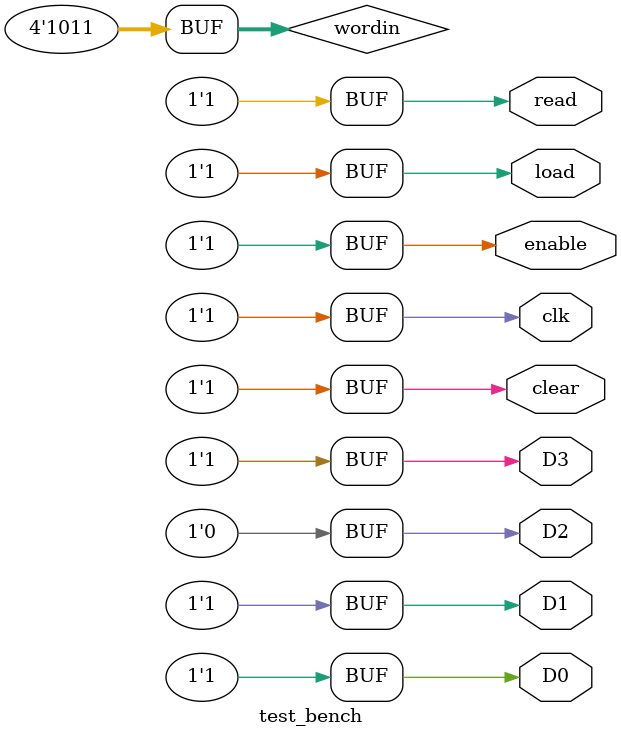
<source format=v>
module test_bench(enable,clear,clk,load,read,D3,D2,D1,D0);
output enable, clear,clk,load,read,D3,D2,D1,D0;
reg enable,clear,clk,load,read;
reg [3:0] wordin;

initial 
begin
	wordin<=4'b1011;
	clk = 1'b0;
	clear=1;
	clear<=#1 0;
	clear<=#2 1;
	clear<=#18 0;
	clear<=#19 1;
	load=0;
	read=0;
	enable<=#8 1;
	load<=#9 1;
	read<=#13 1;

repeat(4)
	begin
	#5 clk<=~clk;
	end
end
assign D3=wordin[3];
assign D2=wordin[2];
assign D1=wordin[1];
assign D0=wordin[0];
endmodule

</source>
